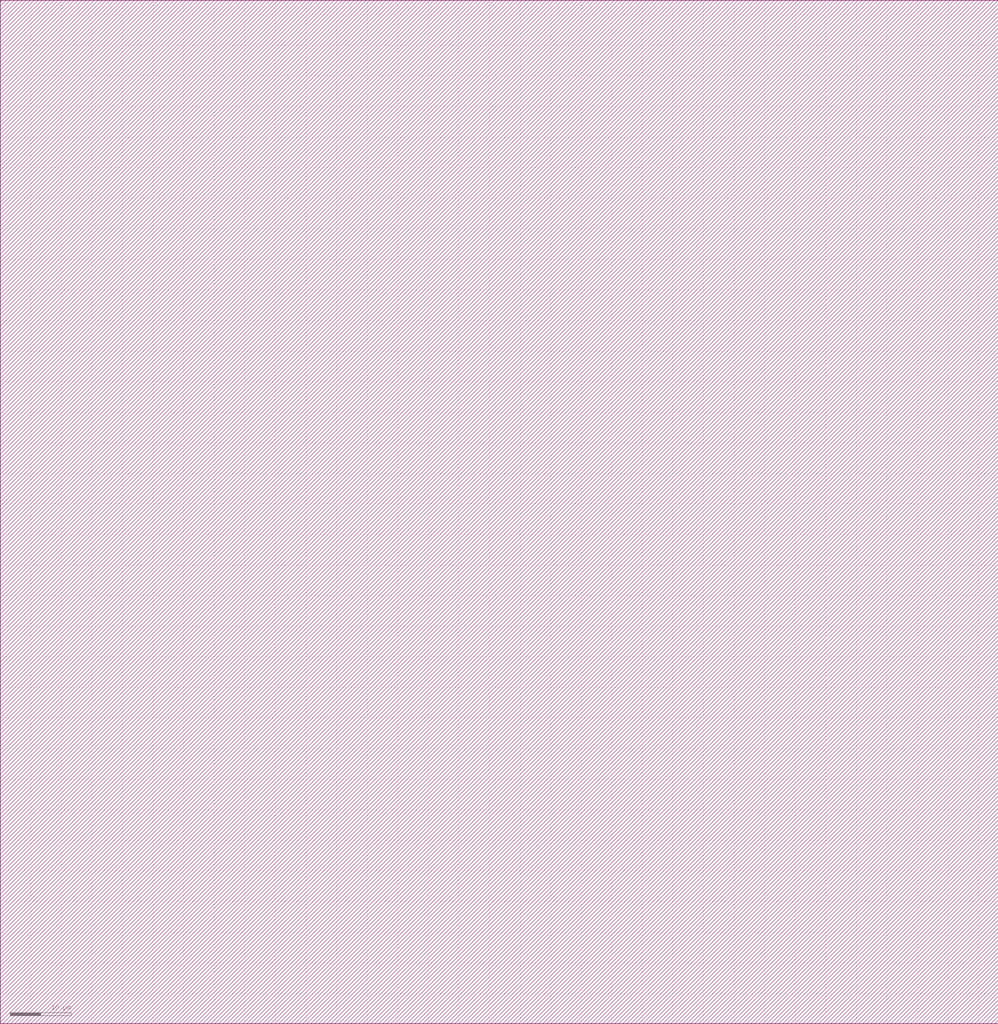
<source format=lef>
VERSION 5.6 ;

BUSBITCHARS "[]" ;

DIVIDERCHAR "/" ;

UNITS
    DATABASE MICRONS 1000 ;
END UNITS

MANUFACTURINGGRID 0.005000 ; 

CLEARANCEMEASURE EUCLIDEAN ; 

USEMINSPACING OBS ON ; 

SITE CoreSite
    CLASS CORE ;
    SIZE 0.600000 BY 0.300000 ;
END CoreSite

LAYER li
   TYPE ROUTING ;
   DIRECTION VERTICAL ;
   MINWIDTH 0.300000 ;
   AREA 0.056250 ;
   WIDTH 0.300000 ;
   SPACINGTABLE
      PARALLELRUNLENGTH 0.0
      WIDTH 0.0 0.225000 ;
   PITCH 0.600000 0.600000 ;
END li

LAYER mcon
    TYPE CUT ;
    SPACING 0.225000 ;
    WIDTH 0.300000 ;
    ENCLOSURE ABOVE 0.075000 0.075000 ;
    ENCLOSURE BELOW 0.000000 0.000000 ;
END mcon

LAYER met1
   TYPE ROUTING ;
   DIRECTION HORIZONTAL ;
   MINWIDTH 0.150000 ;
   AREA 0.084375 ;
   WIDTH 0.150000 ;
   SPACINGTABLE
      PARALLELRUNLENGTH 0.0
      WIDTH 0.0 0.150000 ;
   PITCH 0.300000 0.300000 ;
END met1

LAYER v1
    TYPE CUT ;
    SPACING 0.075000 ;
    WIDTH 0.300000 ;
    ENCLOSURE ABOVE 0.075000 0.075000 ;
    ENCLOSURE BELOW 0.075000 0.075000 ;
END v1

LAYER met2
   TYPE ROUTING ;
   DIRECTION VERTICAL ;
   MINWIDTH 0.150000 ;
   AREA 0.073125 ;
   WIDTH 0.150000 ;
   SPACINGTABLE
      PARALLELRUNLENGTH 0.0
      WIDTH 0.0 0.150000 ;
   PITCH 0.300000 0.300000 ;
END met2

LAYER v2
    TYPE CUT ;
    SPACING 0.150000 ;
    WIDTH 0.300000 ;
    ENCLOSURE ABOVE 0.075000 0.075000 ;
    ENCLOSURE BELOW 0.075000 0.000000 ;
END v2

LAYER met3
   TYPE ROUTING ;
   DIRECTION HORIZONTAL ;
   MINWIDTH 0.300000 ;
   AREA 0.241875 ;
   WIDTH 0.300000 ;
   SPACINGTABLE
      PARALLELRUNLENGTH 0.0
      WIDTH 0.0 0.300000 ;
   PITCH 0.600000 0.600000 ;
END met3

LAYER v3
    TYPE CUT ;
    SPACING 0.150000 ;
    WIDTH 0.450000 ;
    ENCLOSURE ABOVE 0.075000 0.075000 ;
    ENCLOSURE BELOW 0.075000 0.000000 ;
END v3

LAYER met4
   TYPE ROUTING ;
   DIRECTION VERTICAL ;
   MINWIDTH 0.300000 ;
   AREA 0.241875 ;
   WIDTH 0.300000 ;
   SPACINGTABLE
      PARALLELRUNLENGTH 0.0
      WIDTH 0.0 0.300000 ;
   PITCH 0.600000 0.600000 ;
END met4

LAYER v4
    TYPE CUT ;
    SPACING 0.450000 ;
    WIDTH 1.200000 ;
    ENCLOSURE ABOVE 0.150000 0.150000 ;
    ENCLOSURE BELOW 0.000000 0.000000 ;
END v4

LAYER met5
   TYPE ROUTING ;
   DIRECTION HORIZONTAL ;
   MINWIDTH 1.650000 ;
   AREA 4.005000 ;
   WIDTH 1.650000 ;
   SPACINGTABLE
      PARALLELRUNLENGTH 0.0
      WIDTH 0.0 1.650000 ;
   PITCH 3.300000 3.300000 ;
END met5

LAYER OVERLAP
   TYPE OVERLAP ;
END OVERLAP

VIA mcon_C DEFAULT
   LAYER li ;
     RECT -0.150000 -0.150000 0.150000 0.150000 ;
   LAYER mcon ;
     RECT -0.150000 -0.150000 0.150000 0.150000 ;
   LAYER met1 ;
     RECT -0.225000 -0.225000 0.225000 0.225000 ;
END mcon_C

VIA v1_C DEFAULT
   LAYER met1 ;
     RECT -0.225000 -0.225000 0.225000 0.225000 ;
   LAYER v1 ;
     RECT -0.150000 -0.150000 0.150000 0.150000 ;
   LAYER met2 ;
     RECT -0.225000 -0.225000 0.225000 0.225000 ;
END v1_C

VIA v2_C DEFAULT
   LAYER met2 ;
     RECT -0.150000 -0.225000 0.150000 0.225000 ;
   LAYER v2 ;
     RECT -0.150000 -0.150000 0.150000 0.150000 ;
   LAYER met3 ;
     RECT -0.225000 -0.225000 0.225000 0.225000 ;
END v2_C

VIA v2_Ch
   LAYER met2 ;
     RECT -0.225000 -0.150000 0.225000 0.150000 ;
   LAYER v2 ;
     RECT -0.150000 -0.150000 0.150000 0.150000 ;
   LAYER met3 ;
     RECT -0.225000 -0.225000 0.225000 0.225000 ;
END v2_Ch

VIA v2_Cv
   LAYER met2 ;
     RECT -0.150000 -0.225000 0.150000 0.225000 ;
   LAYER v2 ;
     RECT -0.150000 -0.150000 0.150000 0.150000 ;
   LAYER met3 ;
     RECT -0.225000 -0.225000 0.225000 0.225000 ;
END v2_Cv

VIA v3_C DEFAULT
   LAYER met3 ;
     RECT -0.300000 -0.225000 0.300000 0.225000 ;
   LAYER v3 ;
     RECT -0.225000 -0.225000 0.225000 0.225000 ;
   LAYER met4 ;
     RECT -0.300000 -0.300000 0.300000 0.300000 ;
END v3_C

VIA v3_Ch
   LAYER met3 ;
     RECT -0.300000 -0.225000 0.300000 0.225000 ;
   LAYER v3 ;
     RECT -0.225000 -0.225000 0.225000 0.225000 ;
   LAYER met4 ;
     RECT -0.300000 -0.300000 0.300000 0.300000 ;
END v3_Ch

VIA v3_Cv
   LAYER met3 ;
     RECT -0.300000 -0.225000 0.300000 0.225000 ;
   LAYER v3 ;
     RECT -0.225000 -0.225000 0.225000 0.225000 ;
   LAYER met4 ;
     RECT -0.300000 -0.300000 0.300000 0.300000 ;
END v3_Cv

VIA v4_C DEFAULT
   LAYER met4 ;
     RECT -0.600000 -0.600000 0.600000 0.600000 ;
   LAYER v4 ;
     RECT -0.600000 -0.600000 0.600000 0.600000 ;
   LAYER met5 ;
     RECT -0.750000 -0.750000 0.750000 0.750000 ;
END v4_C

MACRO _0_0std_0_0cells_0_0AND2X1
    CLASS CORE ;
    FOREIGN _0_0std_0_0cells_0_0AND2X1 0.000000 0.000000 ;
    ORIGIN 0.000000 0.000000 ;
    SIZE 3.000000 BY 4.200000 ;
    SYMMETRY X Y ;
    SITE CoreSite ;
    PIN A
        DIRECTION INPUT ;
        USE SIGNAL ;
        PORT
        LAYER li ;
        RECT 0.600000 3.600000 0.900000 3.900000 ;
        RECT 0.600000 3.525000 0.975000 3.600000 ;
        RECT 0.600000 3.300000 0.675000 3.525000 ;
        RECT 0.600000 3.225000 0.975000 3.300000 ;
        RECT 0.675000 3.300000 0.900000 3.525000 ;
        RECT 0.900000 3.300000 0.975000 3.525000 ;
        END
        ANTENNAGATEAREA 0.202500 ;
    END A
    PIN B
        DIRECTION INPUT ;
        USE SIGNAL ;
        PORT
        LAYER li ;
        RECT 1.725000 3.525000 2.100000 3.600000 ;
        RECT 1.725000 3.300000 1.800000 3.525000 ;
        RECT 1.725000 3.225000 2.100000 3.300000 ;
        RECT 1.800000 3.600000 2.100000 3.900000 ;
        RECT 1.800000 3.300000 2.025000 3.525000 ;
        RECT 2.025000 3.300000 2.100000 3.525000 ;
        END
        ANTENNAGATEAREA 0.202500 ;
    END B
    PIN Y
        DIRECTION OUTPUT ;
        USE SIGNAL ;
        PORT
        LAYER li ;
        RECT 2.250000 1.425000 2.700000 1.500000 ;
        RECT 2.250000 1.200000 2.325000 1.425000 ;
        RECT 2.325000 1.500000 2.700000 2.325000 ;
        RECT 2.325000 1.200000 2.625000 1.425000 ;
        RECT 2.625000 1.200000 2.700000 1.425000 ;
        RECT 2.325000 2.550000 2.700000 2.625000 ;
        RECT 2.400000 2.625000 2.700000 3.900000 ;
        RECT 2.325000 2.325000 2.625000 2.550000 ;
        RECT 2.625000 2.325000 2.700000 2.550000 ;
        END
        ANTENNADIFFAREA 0.472500 ;
    END Y
    PIN Vdd
        DIRECTION INPUT ;
        USE POWER ;
        PORT
        LAYER li ;
        RECT 0.600000 2.700000 2.100000 2.925000 ;
        RECT 0.600000 2.550000 0.975000 2.700000 ;
        RECT 0.600000 2.325000 0.675000 2.550000 ;
        RECT 0.600000 2.250000 0.975000 2.325000 ;
        RECT 0.675000 2.325000 0.900000 2.550000 ;
        RECT 0.900000 2.325000 0.975000 2.550000 ;
        RECT 1.200000 2.925000 1.500000 3.900000 ;
        RECT 1.725000 2.550000 2.100000 2.700000 ;
        RECT 1.725000 2.325000 1.800000 2.550000 ;
        RECT 1.725000 2.250000 2.100000 2.325000 ;
        RECT 1.800000 2.325000 2.025000 2.550000 ;
        RECT 2.025000 2.325000 2.100000 2.550000 ;
        END
        ANTENNADIFFAREA 0.495000 ;
    END Vdd
    PIN GND
        DIRECTION INPUT ;
        USE GROUND ;
        PORT
        LAYER li ;
        RECT 0.600000 0.525000 0.900000 0.600000 ;
        RECT 0.600000 0.300000 2.025000 0.525000 ;
        RECT 1.725000 1.125000 1.800000 1.350000 ;
        RECT 1.725000 1.050000 2.025000 1.125000 ;
        RECT 1.800000 1.125000 2.025000 1.350000 ;
        RECT 1.800000 0.525000 2.025000 1.050000 ;
        RECT 1.725000 1.350000 2.025000 1.425000 ;
        END
        ANTENNADIFFAREA 0.258750 ;
    END GND
    OBS
        LAYER li ;
        RECT 0.600000 1.725000 1.500000 1.950000 ;
        RECT 0.600000 1.650000 1.800000 1.725000 ;
        RECT 0.600000 1.425000 0.975000 1.650000 ;
        RECT 0.600000 1.200000 0.675000 1.425000 ;
        RECT 0.600000 1.125000 0.975000 1.200000 ;
        RECT 1.500000 1.725000 1.725000 1.950000 ;
        RECT 0.675000 1.200000 0.900000 1.425000 ;
        RECT 1.725000 1.725000 1.800000 1.950000 ;
        RECT 0.900000 1.200000 0.975000 1.425000 ;
        RECT 2.325000 0.375000 2.400000 0.600000 ;
        RECT 2.325000 0.300000 2.700000 0.375000 ;
        RECT 1.200000 2.175000 1.275000 2.400000 ;
        RECT 1.200000 2.025000 1.500000 2.175000 ;
        RECT 1.200000 1.950000 1.800000 2.025000 ;
        RECT 2.400000 0.375000 2.625000 0.600000 ;
        RECT 1.200000 2.400000 1.500000 2.475000 ;
        RECT 1.275000 2.175000 1.500000 2.400000 ;
        RECT 2.625000 0.375000 2.700000 0.600000 ;
        RECT 2.325000 0.900000 2.700000 0.975000 ;
        RECT 2.325000 0.675000 2.400000 0.900000 ;
        RECT 2.325000 0.600000 2.700000 0.675000 ;
        RECT 2.400000 0.675000 2.625000 0.900000 ;
        RECT 2.625000 0.675000 2.700000 0.900000 ;
        LAYER met1 ;
        RECT 1.425000 1.950000 2.700000 2.025000 ;
        RECT 1.425000 1.725000 1.500000 1.950000 ;
        RECT 1.425000 1.650000 2.700000 1.725000 ;
        RECT 1.500000 1.725000 1.725000 1.950000 ;
        RECT 1.725000 1.725000 2.700000 1.950000 ;
        RECT 2.325000 0.900000 2.700000 1.650000 ;
        RECT 2.325000 0.675000 2.400000 0.900000 ;
        RECT 2.325000 0.600000 2.700000 0.675000 ;
        RECT 2.400000 0.675000 2.625000 0.900000 ;
        RECT 2.625000 0.675000 2.700000 0.900000 ;
    END
END _0_0std_0_0cells_0_0AND2X1

MACRO welltap_svt
    CLASS CORE WELLTAP ;
    FOREIGN welltap_svt 0.000000 0.000000 ;
    ORIGIN 0.000000 0.000000 ;
    SIZE 1.200000 BY 2.100000 ;
    SYMMETRY X Y ;
    SITE CoreSite ;
    PIN Vdd
        DIRECTION INPUT ;
        USE POWER ;
        PORT
        LAYER li ;
        RECT 0.600000 1.500000 0.900000 1.800000 ;
        END
    END Vdd
    PIN GND
        DIRECTION INPUT ;
        USE GROUND ;
        PORT
        LAYER li ;
        RECT 0.600000 0.300000 0.900000 0.600000 ;
        END
    END GND
END welltap_svt

MACRO circuitppnp
   CLASS CORE ;
   FOREIGN circuitppnp 0.000000 0.000000 ;
   ORIGIN 0.000000 0.000000 ; 
   SIZE 163.200000 BY 167.400000 ; 
   SYMMETRY X Y ;
   SITE CoreSite ;
END circuitppnp

MACRO circuitwell
   CLASS CORE ;
   FOREIGN circuitwell 0.000000 0.000000 ;
   ORIGIN 0.000000 0.000000 ; 
   SIZE 163.200000 BY 167.400000 ; 
   SYMMETRY X Y ;
   SITE CoreSite ;
END circuitwell


</source>
